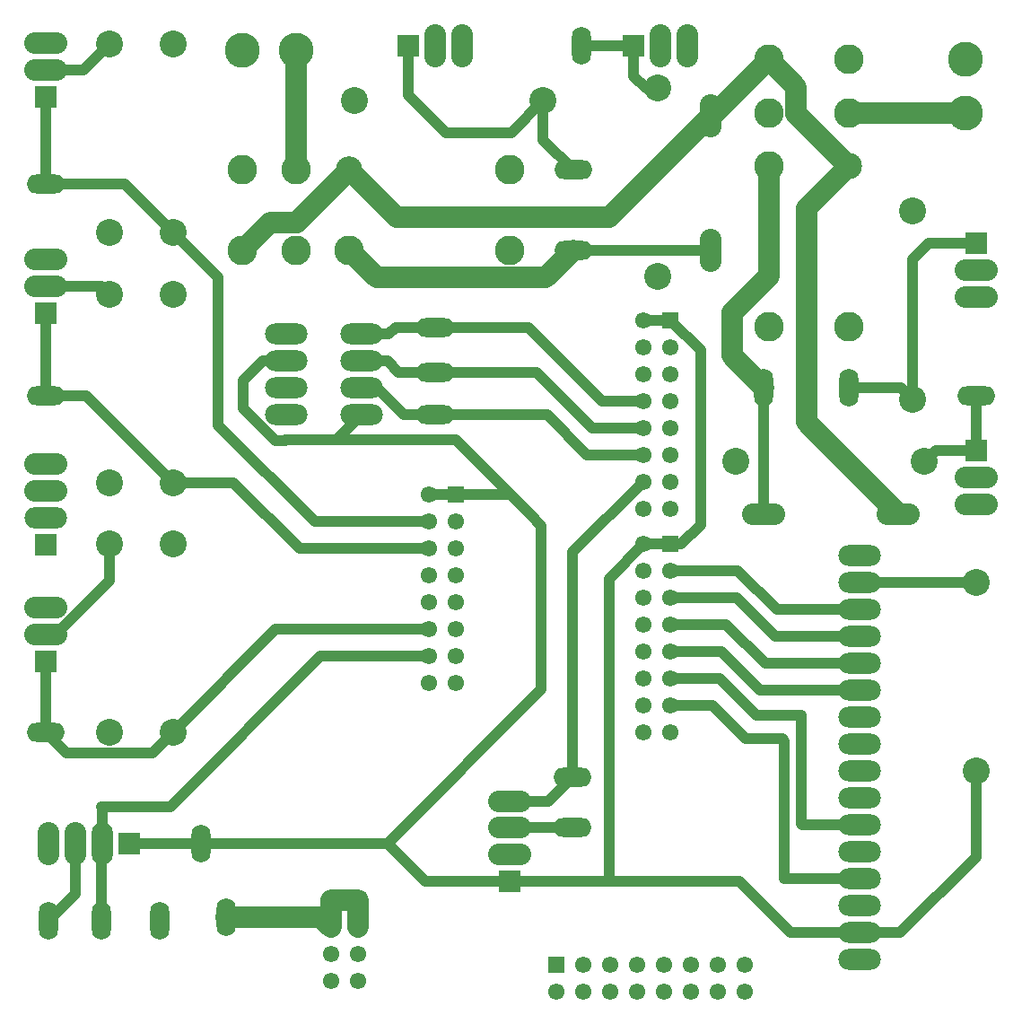
<source format=gbr>
%TF.GenerationSoftware,KiCad,Pcbnew,(6.0.2)*%
%TF.CreationDate,2022-04-01T20:19:04+02:00*%
%TF.ProjectId,beanbot_312,6265616e-626f-4745-9f33-31322e6b6963,rev?*%
%TF.SameCoordinates,Original*%
%TF.FileFunction,Copper,L1,Top*%
%TF.FilePolarity,Positive*%
%FSLAX46Y46*%
G04 Gerber Fmt 4.6, Leading zero omitted, Abs format (unit mm)*
G04 Created by KiCad (PCBNEW (6.0.2)) date 2022-04-01 20:19:04*
%MOMM*%
%LPD*%
G01*
G04 APERTURE LIST*
%TA.AperFunction,ComponentPad*%
%ADD10O,1.798320X3.599180*%
%TD*%
%TA.AperFunction,ComponentPad*%
%ADD11O,3.599180X1.798320*%
%TD*%
%TA.AperFunction,ComponentPad*%
%ADD12R,2.032000X2.032000*%
%TD*%
%TA.AperFunction,ComponentPad*%
%ADD13O,4.064000X2.032000*%
%TD*%
%TA.AperFunction,ComponentPad*%
%ADD14C,3.302000*%
%TD*%
%TA.AperFunction,ComponentPad*%
%ADD15R,2.032000X2.000000*%
%TD*%
%TA.AperFunction,ComponentPad*%
%ADD16O,2.032000X4.000000*%
%TD*%
%TA.AperFunction,ComponentPad*%
%ADD17O,2.032000X4.064000*%
%TD*%
%TA.AperFunction,ComponentPad*%
%ADD18C,2.794000*%
%TD*%
%TA.AperFunction,ComponentPad*%
%ADD19C,2.499360*%
%TD*%
%TA.AperFunction,ComponentPad*%
%ADD20C,2.540000*%
%TD*%
%TA.AperFunction,ComponentPad*%
%ADD21O,4.000000X2.000000*%
%TD*%
%TA.AperFunction,ComponentPad*%
%ADD22R,2.000000X2.032000*%
%TD*%
%TA.AperFunction,ComponentPad*%
%ADD23O,4.000000X2.032000*%
%TD*%
%TA.AperFunction,ComponentPad*%
%ADD24C,1.550000*%
%TD*%
%TA.AperFunction,ComponentPad*%
%ADD25R,1.550000X1.550000*%
%TD*%
%TA.AperFunction,Conductor*%
%ADD26C,1.000000*%
%TD*%
%TA.AperFunction,Conductor*%
%ADD27C,2.000000*%
%TD*%
G04 APERTURE END LIST*
D10*
%TO.P,M38,1,TP*%
%TO.N,Net-(M29-Pad14)*%
X174000000Y-83061900D03*
%TD*%
D11*
%TO.P,M39,1,TP*%
%TO.N,Net-(M31-Pad14)*%
X156015100Y-70100000D03*
%TD*%
D12*
%TO.P,M43,1,eG*%
%TO.N,/D_RELM3*%
X194000000Y-69460000D03*
D13*
%TO.P,M43,2,D*%
%TO.N,Net-(M29-PadA1)*%
X194000000Y-72000000D03*
%TO.P,M43,3,S*%
%TO.N,/GND*%
X194000000Y-74540000D03*
%TD*%
D14*
%TO.P,M30,1,B*%
%TO.N,Net-(M29-Pad11)*%
X192977140Y-57139360D03*
%TO.P,M30,2,A*%
%TO.N,Net-(M29-Pad21)*%
X192977140Y-52061900D03*
%TD*%
D11*
%TO.P,M2,1,TP*%
%TO.N,/PWM_LEDR*%
X106240000Y-115560000D03*
%TD*%
D12*
%TO.P,M4,1,eG*%
%TO.N,/PWM_LEDR*%
X106240000Y-108890000D03*
D13*
%TO.P,M4,2,D*%
%TO.N,Net-(M4-Pad2)*%
X106240000Y-106350000D03*
%TO.P,M4,3,S*%
%TO.N,/GND*%
X106240000Y-103810000D03*
%TD*%
D11*
%TO.P,M23,1,TP*%
%TO.N,/D_KS3*%
X143000000Y-77370000D03*
%TD*%
D15*
%TO.P,M16,1,VCC*%
%TO.N,/5V*%
X114080000Y-126100000D03*
D16*
%TO.P,M16,2,Trigger*%
%TO.N,/PWM_UTRIG*%
X111540000Y-126100000D03*
D17*
%TO.P,M16,3,ECHO*%
%TO.N,/D_UECHO*%
X109000000Y-126100000D03*
%TO.P,M16,4,GND*%
%TO.N,/GND*%
X106460000Y-126100000D03*
%TD*%
D11*
%TO.P,M51,1,TP*%
%TO.N,/D_RELM2*%
X156015100Y-62543500D03*
%TD*%
D14*
%TO.P,M32,1,B*%
%TO.N,Net-(M31-Pad11)*%
X129842560Y-51244280D03*
%TO.P,M32,2,A*%
%TO.N,Net-(M31-Pad21)*%
X124765100Y-51244280D03*
%TD*%
D18*
%TO.P,M29,11,1*%
%TO.N,Net-(M29-Pad11)*%
X182000000Y-57139360D03*
D19*
%TO.P,M29,12,1*%
%TO.N,/12V*%
X182000000Y-62178720D03*
D18*
%TO.P,M29,14,1*%
%TO.N,Net-(M29-Pad14)*%
X182000000Y-52100000D03*
%TO.P,M29,21,1*%
%TO.N,Net-(M29-Pad21)*%
X174443500Y-57139360D03*
%TO.P,M29,22,1*%
%TO.N,Net-(M29-Pad14)*%
X174443500Y-62178720D03*
%TO.P,M29,24,1*%
%TO.N,/12V*%
X174443500Y-52100000D03*
%TO.P,M29,A1,1*%
%TO.N,Net-(M29-PadA1)*%
X182000000Y-77296800D03*
%TO.P,M29,A2,2*%
%TO.N,/GND*%
X174443500Y-77296800D03*
%TD*%
D12*
%TO.P,M48,1,eG*%
%TO.N,/PWM_M2*%
X161685100Y-50784280D03*
D17*
%TO.P,M48,2,D*%
%TO.N,Net-(M31-Pad14)*%
X164225100Y-50784280D03*
%TO.P,M48,3,S*%
%TO.N,/GND*%
X166765100Y-50784280D03*
%TD*%
D10*
%TO.P,M17,1,TP*%
%TO.N,/PWM_UTRIG*%
X111480000Y-133350000D03*
%TD*%
D20*
%TO.P,M9,1,1*%
%TO.N,Net-(M10-Pad3)*%
X112240000Y-92020000D03*
%TO.P,M9,2,2*%
%TO.N,Net-(M8-Pad2)*%
X112240000Y-74240000D03*
%TD*%
%TO.P,M11,1,1*%
%TO.N,Net-(M11-Pad1)*%
X194000000Y-101480000D03*
%TO.P,M11,2,2*%
%TO.N,/5V*%
X194000000Y-119260000D03*
%TD*%
D12*
%TO.P,M47,1,eG*%
%TO.N,/PWM_M3*%
X194000000Y-88981900D03*
D13*
%TO.P,M47,2,D*%
%TO.N,Net-(M29-Pad14)*%
X194000000Y-91521900D03*
%TO.P,M47,3,S*%
%TO.N,/GND*%
X194000000Y-94061900D03*
%TD*%
D10*
%TO.P,M42,1,TP*%
%TO.N,/PWM_M2*%
X156803200Y-50784280D03*
%TD*%
D20*
%TO.P,M44,1,1*%
%TO.N,/PWM_M3*%
X189160000Y-90000000D03*
%TO.P,M44,2,2*%
%TO.N,/GND*%
X171380000Y-90000000D03*
%TD*%
D11*
%TO.P,M12,1,TP*%
%TO.N,/PWM_LEDB*%
X106240000Y-63830000D03*
%TD*%
%TO.P,M24,1,TP*%
%TO.N,/D_KS2*%
X143000000Y-81640000D03*
%TD*%
D12*
%TO.P,M46,1,eG*%
%TO.N,/D_RELM2*%
X140460000Y-50784280D03*
D17*
%TO.P,M46,2,D*%
%TO.N,Net-(M31-PadA1)*%
X143000000Y-50784280D03*
%TO.P,M46,3,S*%
%TO.N,/GND*%
X145540000Y-50784280D03*
%TD*%
D12*
%TO.P,M14,1,eG*%
%TO.N,/PWM_LEDB*%
X106240000Y-55640000D03*
D13*
%TO.P,M14,2,D*%
%TO.N,Net-(M14-Pad2)*%
X106240000Y-53100000D03*
%TO.P,M14,3,S*%
%TO.N,/GND*%
X106240000Y-50560000D03*
%TD*%
D10*
%TO.P,M28,1,TP*%
%TO.N,/12V*%
X123270000Y-133000000D03*
%TD*%
%TO.P,M27,1,TP*%
%TO.N,/GND*%
X117000000Y-133350000D03*
%TD*%
D17*
%TO.P,M36,A,A*%
%TO.N,Net-(M31-Pad14)*%
X169000000Y-70100000D03*
%TO.P,M36,C,C*%
%TO.N,/12V*%
X169000000Y-57400000D03*
%TD*%
D21*
%TO.P,SV1,1,1*%
%TO.N,/GND*%
X183000000Y-137040000D03*
%TO.P,SV1,2,2*%
%TO.N,/5V*%
X183000000Y-134500000D03*
%TO.P,SV1,3,3*%
%TO.N,/GND*%
X183000000Y-131960000D03*
%TO.P,SV1,4,4*%
%TO.N,/D_LCDRS*%
X183000000Y-129420000D03*
%TO.P,SV1,5,5*%
%TO.N,/GND*%
X183000000Y-126880000D03*
%TO.P,SV1,6,6*%
%TO.N,/D_LCDE*%
X183000000Y-124340000D03*
%TO.P,SV1,7,2*%
%TO.N,unconnected-(SV1-Pad7)*%
X183000000Y-121800000D03*
%TO.P,SV1,8,8*%
%TO.N,unconnected-(SV1-Pad8)*%
X183000000Y-119260000D03*
%TO.P,SV1,9,9*%
%TO.N,unconnected-(SV1-Pad9)*%
X183000000Y-116720000D03*
%TO.P,SV1,10,10*%
%TO.N,unconnected-(SV1-Pad10)*%
X183000000Y-114180000D03*
%TO.P,SV1,11,11*%
%TO.N,/D_LCDDB4*%
X183000000Y-111640000D03*
%TO.P,SV1,12,12*%
%TO.N,/D_LCDDB5*%
X183000000Y-109100000D03*
%TO.P,SV1,13,13*%
%TO.N,/D_LCDDB6*%
X183000000Y-106560000D03*
%TO.P,SV1,14,14*%
%TO.N,/D_LCDDB7*%
X183000000Y-104020000D03*
%TO.P,SV1,15,15*%
%TO.N,Net-(M11-Pad1)*%
X183000000Y-101480000D03*
%TO.P,SV1,16,16*%
%TO.N,/GND*%
X183000000Y-98940000D03*
%TD*%
D10*
%TO.P,M1,1,TP*%
%TO.N,/5V*%
X120870000Y-126050000D03*
%TD*%
D11*
%TO.P,M41,1,TP*%
%TO.N,/PWM_M3*%
X194000000Y-83830000D03*
%TD*%
D20*
%TO.P,M3,1,1*%
%TO.N,/PWM_LEDR*%
X118240000Y-115560000D03*
%TO.P,M3,2,2*%
%TO.N,/GND*%
X118240000Y-97780000D03*
%TD*%
D11*
%TO.P,M6,1,TP*%
%TO.N,/PWM_LEDG*%
X106240000Y-83830000D03*
%TD*%
D20*
%TO.P,M45,1,1*%
%TO.N,/PWM_M2*%
X164000000Y-54840000D03*
%TO.P,M45,2,2*%
%TO.N,/GND*%
X164000000Y-72620000D03*
%TD*%
D11*
%TO.P,M20,1,TP*%
%TO.N,/D_WSDA*%
X155950000Y-119820000D03*
%TD*%
D10*
%TO.P,M50,1,TP*%
%TO.N,/D_RELM3*%
X182000000Y-83061900D03*
%TD*%
D13*
%TO.P,M35,A,A*%
%TO.N,Net-(M29-Pad14)*%
X174000000Y-95000000D03*
%TO.P,M35,C,C*%
%TO.N,/12V*%
X186700000Y-95000000D03*
%TD*%
D18*
%TO.P,M31,11,1*%
%TO.N,Net-(M31-Pad11)*%
X129842560Y-62543500D03*
D19*
%TO.P,M31,12,1*%
%TO.N,/12V*%
X134881920Y-62543500D03*
D18*
%TO.P,M31,14,1*%
%TO.N,Net-(M31-Pad14)*%
X124803200Y-62543500D03*
%TO.P,M31,21,1*%
%TO.N,Net-(M31-Pad21)*%
X129842560Y-70100000D03*
%TO.P,M31,22,1*%
%TO.N,Net-(M31-Pad14)*%
X134881920Y-70100000D03*
%TO.P,M31,24,1*%
%TO.N,/12V*%
X124803200Y-70100000D03*
%TO.P,M31,A1,1*%
%TO.N,Net-(M31-PadA1)*%
X150000000Y-62543500D03*
%TO.P,M31,A2,2*%
%TO.N,/GND*%
X150000000Y-70100000D03*
%TD*%
D21*
%TO.P,M25,1,GND*%
%TO.N,/GND*%
X128888000Y-85640000D03*
%TO.P,M25,2,OE*%
X128888000Y-83100000D03*
%TO.P,M25,3,S1*%
%TO.N,/5V*%
X128888000Y-80560000D03*
%TO.P,M25,4,S0*%
%TO.N,/GND*%
X128888000Y-78020000D03*
%TO.P,M25,5,VCC*%
%TO.N,/5V*%
X136000000Y-85640000D03*
%TO.P,M25,6,OUT*%
%TO.N,/D_KOUT*%
X136000000Y-83100000D03*
%TO.P,M25,7,S2*%
%TO.N,/D_KS2*%
X136000000Y-80560000D03*
%TO.P,M25,8,S3*%
%TO.N,/D_KS3*%
X136000000Y-78020000D03*
%TD*%
D20*
%TO.P,M13,1,1*%
%TO.N,/PWM_LEDB*%
X118240000Y-68400000D03*
%TO.P,M13,2,2*%
%TO.N,/GND*%
X118240000Y-50620000D03*
%TD*%
%TO.P,M40,1,1*%
%TO.N,/D_RELM2*%
X153160000Y-56000000D03*
%TO.P,M40,2,2*%
%TO.N,/GND*%
X135380000Y-56000000D03*
%TD*%
D12*
%TO.P,M8,1,eG*%
%TO.N,/PWM_LEDG*%
X106240000Y-76020000D03*
D13*
%TO.P,M8,2,D*%
%TO.N,Net-(M8-Pad2)*%
X106240000Y-73480000D03*
%TO.P,M8,3,S*%
%TO.N,/GND*%
X106240000Y-70940000D03*
%TD*%
D20*
%TO.P,M15,1,1*%
%TO.N,Net-(M10-Pad4)*%
X112240000Y-68400000D03*
%TO.P,M15,2,2*%
%TO.N,Net-(M14-Pad2)*%
X112240000Y-50620000D03*
%TD*%
D11*
%TO.P,M19,1,TP*%
%TO.N,/D_WSCL*%
X155900000Y-124570000D03*
%TD*%
D22*
%TO.P,M10,1,R*%
%TO.N,Net-(M10-Pad1)*%
X106240000Y-97910000D03*
D23*
%TO.P,M10,2,VCC*%
%TO.N,/5V*%
X106240000Y-95370000D03*
D13*
%TO.P,M10,3,G*%
%TO.N,Net-(M10-Pad3)*%
X106240000Y-92830000D03*
%TO.P,M10,4,B*%
%TO.N,Net-(M10-Pad4)*%
X106240000Y-90290000D03*
%TD*%
D10*
%TO.P,M18,1,TP*%
%TO.N,/D_UECHO*%
X106480000Y-133350000D03*
%TD*%
D20*
%TO.P,M37,1,1*%
%TO.N,/D_RELM3*%
X188000000Y-84160000D03*
%TO.P,M37,2,2*%
%TO.N,/GND*%
X188000000Y-66380000D03*
%TD*%
D12*
%TO.P,M21,1,VCC*%
%TO.N,/5V*%
X150000000Y-129640000D03*
D13*
%TO.P,M21,2,GND*%
%TO.N,/GND*%
X150000000Y-127100000D03*
%TO.P,M21,3,SCL*%
%TO.N,/D_WSCL*%
X150000000Y-124560000D03*
%TO.P,M21,4,SDA*%
%TO.N,/D_WSDA*%
X150000000Y-122100000D03*
%TD*%
D20*
%TO.P,M7,1,1*%
%TO.N,/PWM_LEDG*%
X118240000Y-92020000D03*
%TO.P,M7,2,2*%
%TO.N,/GND*%
X118240000Y-74240000D03*
%TD*%
%TO.P,M5,1,1*%
%TO.N,Net-(M10-Pad1)*%
X112240000Y-115560000D03*
%TO.P,M5,2,2*%
%TO.N,Net-(M4-Pad2)*%
X112240000Y-97780000D03*
%TD*%
D24*
%TO.P,U1,1,12V*%
%TO.N,/12V*%
X133114602Y-133947806D03*
X135654602Y-133947806D03*
D25*
X135654602Y-131407806D03*
D24*
X133114602Y-131407806D03*
%TO.P,U1,2,GND*%
%TO.N,/GND*%
X162629402Y-115583612D03*
X135654602Y-139027806D03*
X165144012Y-94476202D03*
X165169402Y-115583612D03*
X133114602Y-139027806D03*
X142385610Y-110960810D03*
X133114602Y-136487806D03*
X144925610Y-110960810D03*
X162604012Y-94476202D03*
X135654602Y-136487806D03*
%TO.P,U1,3,A0*%
%TO.N,unconnected-(U1-Pad3)*%
X154429584Y-140031263D03*
D25*
%TO.P,U1,4,A1*%
%TO.N,unconnected-(U1-Pad4)*%
X154429584Y-137491263D03*
D24*
%TO.P,U1,5,A2*%
%TO.N,unconnected-(U1-Pad5)*%
X156969584Y-140031263D03*
%TO.P,U1,6,A3*%
%TO.N,unconnected-(U1-Pad6)*%
X156969584Y-137491263D03*
%TO.P,U1,7,A4*%
%TO.N,unconnected-(U1-Pad7)*%
X159509584Y-140031263D03*
%TO.P,U1,8,A5*%
%TO.N,unconnected-(U1-Pad8)*%
X159509584Y-137491263D03*
%TO.P,U1,9,A6*%
%TO.N,unconnected-(U1-Pad9)*%
X162049584Y-140031263D03*
%TO.P,U1,10,A7*%
%TO.N,unconnected-(U1-Pad10)*%
X162049584Y-137491263D03*
%TO.P,U1,11,A8*%
%TO.N,unconnected-(U1-Pad11)*%
X164589584Y-140031263D03*
%TO.P,U1,12,A9*%
%TO.N,unconnected-(U1-Pad12)*%
X164589584Y-137491263D03*
%TO.P,U1,13,A10*%
%TO.N,unconnected-(U1-Pad13)*%
X167129584Y-140031263D03*
%TO.P,U1,14,A11*%
%TO.N,unconnected-(U1-Pad14)*%
X167129584Y-137491263D03*
%TO.P,U1,15,A12*%
%TO.N,unconnected-(U1-Pad15)*%
X169669584Y-140031263D03*
%TO.P,U1,16,A13*%
%TO.N,unconnected-(U1-Pad16)*%
X169669584Y-137491263D03*
%TO.P,U1,17,A14*%
%TO.N,unconnected-(U1-Pad17)*%
X172209584Y-140031263D03*
%TO.P,U1,18,A15*%
%TO.N,unconnected-(U1-Pad18)*%
X172209584Y-137491263D03*
D25*
%TO.P,U1,19,5V_1*%
%TO.N,/5V*%
X144925610Y-93180810D03*
D24*
X142385610Y-93180810D03*
%TO.P,U1,21,D9*%
%TO.N,unconnected-(U1-Pad21)*%
X144925610Y-95720810D03*
%TO.P,U1,22,D13*%
%TO.N,/PWM_LEDB*%
X142385610Y-95720810D03*
%TO.P,U1,23,D8*%
%TO.N,unconnected-(U1-Pad23)*%
X144925610Y-98260810D03*
%TO.P,U1,24,D12*%
%TO.N,/PWM_LEDG*%
X142385610Y-98260810D03*
%TO.P,U1,25,D5*%
%TO.N,unconnected-(U1-Pad25)*%
X144925610Y-100800810D03*
%TO.P,U1,26,RX3*%
%TO.N,unconnected-(U1-Pad26)*%
X142385610Y-100800810D03*
%TO.P,U1,27,D27*%
%TO.N,unconnected-(U1-Pad27)*%
X144925610Y-103340810D03*
%TO.P,U1,28,RX2*%
%TO.N,/D_UECHO*%
X142385610Y-103340810D03*
%TO.P,U1,29,D3*%
%TO.N,unconnected-(U1-Pad29)*%
X144925610Y-105880810D03*
%TO.P,U1,30,D11*%
%TO.N,/PWM_LEDR*%
X142385610Y-105880810D03*
%TO.P,U1,31,D2*%
%TO.N,unconnected-(U1-Pad31)*%
X144925610Y-108420810D03*
%TO.P,U1,32,D10*%
%TO.N,/PWM_UTRIG*%
X142385610Y-108420810D03*
D25*
%TO.P,U1,39,5V_2*%
%TO.N,/5V*%
X165169402Y-97803612D03*
D24*
X162629402Y-97803612D03*
%TO.P,U1,41,D45*%
%TO.N,/D_LCDDB7*%
X165169402Y-100343612D03*
%TO.P,U1,42,D4*%
%TO.N,unconnected-(U1-Pad42)*%
X162629402Y-100343612D03*
%TO.P,U1,43,D47*%
%TO.N,/D_LCDDB6*%
X165169402Y-102883612D03*
%TO.P,U1,44,D28*%
%TO.N,unconnected-(U1-Pad44)*%
X162629402Y-102883612D03*
%TO.P,U1,45,D52*%
%TO.N,/D_LCDDB5*%
X165169402Y-105423612D03*
%TO.P,U1,46,D53*%
%TO.N,unconnected-(U1-Pad46)*%
X162629402Y-105423612D03*
%TO.P,U1,47,D46*%
%TO.N,/D_LCDDB4*%
X165169402Y-107963612D03*
%TO.P,U1,48,D44*%
%TO.N,unconnected-(U1-Pad48)*%
X162629402Y-107963612D03*
%TO.P,U1,49,D49*%
%TO.N,/D_LCDE*%
X165169402Y-110503612D03*
%TO.P,U1,50,D48*%
%TO.N,unconnected-(U1-Pad50)*%
X162629402Y-110503612D03*
%TO.P,U1,51,D50*%
%TO.N,/D_LCDRS*%
X165169402Y-113043612D03*
%TO.P,U1,52,D51*%
%TO.N,unconnected-(U1-Pad52)*%
X162629402Y-113043612D03*
D25*
%TO.P,U1,53,5V_3*%
%TO.N,/5V*%
X165144012Y-76696202D03*
D24*
X162604012Y-76696202D03*
%TO.P,U1,55,D6*%
%TO.N,/PWM_M3*%
X165144012Y-79236202D03*
%TO.P,U1,56,D7*%
%TO.N,/PWM_M2*%
X162604012Y-79236202D03*
%TO.P,U1,57,D26*%
%TO.N,/D_RELM3*%
X165144012Y-81776202D03*
%TO.P,U1,58,D24*%
%TO.N,/D_RELM2*%
X162604012Y-81776202D03*
%TO.P,U1,59,TX1*%
%TO.N,unconnected-(U1-Pad59)*%
X165144012Y-84316202D03*
%TO.P,U1,60,RX1*%
%TO.N,/D_KS3*%
X162604012Y-84316202D03*
%TO.P,U1,61,XX*%
%TO.N,unconnected-(U1-Pad61)*%
X165144012Y-86856202D03*
%TO.P,U1,62,TX3*%
%TO.N,/D_KS2*%
X162604012Y-86856202D03*
%TO.P,U1,63,D29*%
%TO.N,unconnected-(U1-Pad63)*%
X165144012Y-89396202D03*
%TO.P,U1,64,D38*%
%TO.N,/D_KOUT*%
X162604012Y-89396202D03*
%TO.P,U1,65,SCL_B*%
%TO.N,/D_WSCL*%
X165144012Y-91936202D03*
%TO.P,U1,66,SDA_B*%
%TO.N,/D_WSDA*%
X162604012Y-91936202D03*
%TD*%
D11*
%TO.P,M26,1,TP*%
%TO.N,/D_KOUT*%
X143000000Y-85640000D03*
%TD*%
D26*
%TO.N,/5V*%
X162629402Y-97803612D02*
X165169402Y-97803612D01*
X186850000Y-134500000D02*
X194000000Y-127350000D01*
X165144012Y-76696202D02*
X168000000Y-79552190D01*
X151950000Y-95050000D02*
X144892655Y-87992655D01*
X144925610Y-93180810D02*
X150080810Y-93180810D01*
X150000000Y-129640000D02*
X159360000Y-129640000D01*
X133647345Y-87992655D02*
X136000000Y-85640000D01*
X168000000Y-79552190D02*
X168000000Y-96000000D01*
X120820000Y-126100000D02*
X120870000Y-126050000D01*
X151950000Y-95050000D02*
X150080810Y-93180810D01*
X128808000Y-88045310D02*
X128860655Y-87992655D01*
X153000000Y-111500000D02*
X153000000Y-96100000D01*
X165144012Y-76696202D02*
X162604012Y-76696202D01*
X124888000Y-85043484D02*
X127889826Y-88045310D01*
X159360000Y-101073014D02*
X159360000Y-129640000D01*
X194000000Y-127350000D02*
X194000000Y-119720000D01*
X168000000Y-96000000D02*
X166196388Y-97803612D01*
X138450000Y-126050000D02*
X142040000Y-129640000D01*
X162629402Y-97803612D02*
X159360000Y-101073014D01*
X138450000Y-126050000D02*
X153000000Y-111500000D01*
X128860655Y-87992655D02*
X133647345Y-87992655D01*
X126724036Y-80560000D02*
X124888000Y-82396036D01*
X159360000Y-129640000D02*
X171640000Y-129640000D01*
X144892655Y-87992655D02*
X133647345Y-87992655D01*
X142385610Y-93180810D02*
X144925610Y-93180810D01*
X142040000Y-129640000D02*
X150000000Y-129640000D01*
X120870000Y-126050000D02*
X138450000Y-126050000D01*
X153000000Y-96100000D02*
X151950000Y-95050000D01*
X128888000Y-80560000D02*
X126724036Y-80560000D01*
X124888000Y-82396036D02*
X124888000Y-85043484D01*
X176500000Y-134500000D02*
X183000000Y-134500000D01*
X183000000Y-134500000D02*
X186850000Y-134500000D01*
X127889826Y-88045310D02*
X128808000Y-88045310D01*
X114080000Y-126100000D02*
X120820000Y-126100000D01*
X171640000Y-129640000D02*
X176500000Y-134500000D01*
X166196388Y-97803612D02*
X165169402Y-97803612D01*
%TO.N,/PWM_LEDR*%
X106240000Y-108890000D02*
X106240000Y-115560000D01*
X116270489Y-117529511D02*
X118240000Y-115560000D01*
X127919190Y-105880810D02*
X142385610Y-105880810D01*
X118240000Y-115560000D02*
X127919190Y-105880810D01*
X108209511Y-117529511D02*
X116270489Y-117529511D01*
X106240000Y-115560000D02*
X108209511Y-117529511D01*
%TO.N,Net-(M4-Pad2)*%
X107142110Y-106350000D02*
X112240000Y-101252111D01*
X112240000Y-101252111D02*
X112240000Y-97780000D01*
X106240000Y-106350000D02*
X107142110Y-106350000D01*
%TO.N,/PWM_LEDG*%
X106240000Y-83830000D02*
X110050000Y-83830000D01*
X110050000Y-83830000D02*
X118240000Y-92020000D01*
X123920000Y-92020000D02*
X130160810Y-98260810D01*
X130160810Y-98260810D02*
X142385610Y-98260810D01*
X118240000Y-92020000D02*
X123920000Y-92020000D01*
X106240000Y-83830000D02*
X106240000Y-76020000D01*
%TO.N,Net-(M8-Pad2)*%
X111480000Y-73480000D02*
X112240000Y-74240000D01*
X106240000Y-73480000D02*
X111480000Y-73480000D01*
%TO.N,Net-(M11-Pad1)*%
X183000000Y-101480000D02*
X194000000Y-101480000D01*
%TO.N,/PWM_LEDB*%
X106240000Y-63830000D02*
X106240000Y-55640000D01*
X122500000Y-72660000D02*
X122500000Y-86600000D01*
X113670000Y-63830000D02*
X118240000Y-68400000D01*
X118240000Y-68400000D02*
X122500000Y-72660000D01*
X131620810Y-95720810D02*
X142385610Y-95720810D01*
X122500000Y-86600000D02*
X131620810Y-95720810D01*
X106240000Y-63830000D02*
X113670000Y-63830000D01*
%TO.N,Net-(M14-Pad2)*%
X109760000Y-53100000D02*
X106240000Y-53100000D01*
X112240000Y-50620000D02*
X109760000Y-53100000D01*
%TO.N,/PWM_UTRIG*%
X111480000Y-133350000D02*
X111480000Y-126160000D01*
X132179190Y-108420810D02*
X118000000Y-122600000D01*
X111540000Y-122640000D02*
X111540000Y-126100000D01*
X142385610Y-108420810D02*
X132179190Y-108420810D01*
X111500000Y-122600000D02*
X111540000Y-122640000D01*
X118000000Y-122600000D02*
X111500000Y-122600000D01*
%TO.N,/D_UECHO*%
X106480000Y-133350000D02*
X109000000Y-130830000D01*
X109000000Y-130830000D02*
X109000000Y-126100000D01*
%TO.N,/D_WSCL*%
X155900000Y-124570000D02*
X150010000Y-124570000D01*
%TO.N,/D_WSDA*%
X155950000Y-119820000D02*
X155950000Y-98590214D01*
X153670000Y-122100000D02*
X155950000Y-119820000D01*
X150000000Y-122100000D02*
X153670000Y-122100000D01*
X155950000Y-98590214D02*
X162604012Y-91936202D01*
%TO.N,/D_KS3*%
X138580000Y-78020000D02*
X139230000Y-77370000D01*
X139230000Y-77370000D02*
X143000000Y-77370000D01*
X151770000Y-77370000D02*
X158716202Y-84316202D01*
X158716202Y-84316202D02*
X162604012Y-84316202D01*
X136000000Y-78020000D02*
X138580000Y-78020000D01*
X143000000Y-77370000D02*
X151770000Y-77370000D01*
%TO.N,/D_KS2*%
X152540000Y-81640000D02*
X157756202Y-86856202D01*
X138460000Y-80560000D02*
X136000000Y-80560000D01*
X143000000Y-81640000D02*
X152540000Y-81640000D01*
X157756202Y-86856202D02*
X162604012Y-86856202D01*
X139540000Y-81640000D02*
X138460000Y-80560000D01*
X143000000Y-81640000D02*
X139540000Y-81640000D01*
%TO.N,/D_KOUT*%
X136000000Y-83100000D02*
X137500000Y-83100000D01*
X153540000Y-85640000D02*
X157296202Y-89396202D01*
X140040000Y-85640000D02*
X143000000Y-85640000D01*
X157296202Y-89396202D02*
X162604012Y-89396202D01*
X143000000Y-85640000D02*
X153540000Y-85640000D01*
X137500000Y-83100000D02*
X140040000Y-85640000D01*
D27*
%TO.N,/12V*%
X159400000Y-67000000D02*
X169000000Y-57400000D01*
X124803200Y-70100000D02*
X127399711Y-67503489D01*
X133114602Y-133947806D02*
X133114602Y-131407806D01*
X178000000Y-66178720D02*
X182000000Y-62178720D01*
X139338420Y-67000000D02*
X159400000Y-67000000D01*
X127399711Y-67503489D02*
X129921931Y-67503489D01*
X174443500Y-52100000D02*
X177040011Y-54696511D01*
X169143500Y-57400000D02*
X174443500Y-52100000D01*
X169000000Y-57400000D02*
X169143500Y-57400000D01*
X135654602Y-131407806D02*
X135654602Y-133947806D01*
X186700000Y-95000000D02*
X178000000Y-86300000D01*
X134881920Y-62543500D02*
X139338420Y-67000000D01*
X123270000Y-133000000D02*
X132166796Y-133000000D01*
X177040011Y-57218731D02*
X182000000Y-62178720D01*
X178000000Y-86300000D02*
X178000000Y-66178720D01*
X133114602Y-133947806D02*
X132166796Y-133000000D01*
X133114602Y-131407806D02*
X135654602Y-131407806D01*
X177040011Y-54696511D02*
X177040011Y-57218731D01*
X129921931Y-67503489D02*
X134881920Y-62543500D01*
%TO.N,Net-(M29-Pad11)*%
X182000000Y-57139360D02*
X192977140Y-57139360D01*
D26*
%TO.N,/D_RELM3*%
X188000000Y-84160000D02*
X188000000Y-71000000D01*
X186901900Y-83061900D02*
X188000000Y-84160000D01*
X182000000Y-83061900D02*
X186901900Y-83061900D01*
X188000000Y-71000000D02*
X189540000Y-69460000D01*
X189540000Y-69460000D02*
X194000000Y-69460000D01*
D27*
%TO.N,Net-(M31-Pad11)*%
X129842560Y-51244280D02*
X129842560Y-62543500D01*
D26*
%TO.N,/D_RELM2*%
X153160000Y-59688400D02*
X156015100Y-62543500D01*
X140460000Y-55460000D02*
X144000000Y-59000000D01*
X153160000Y-56000000D02*
X153160000Y-59688400D01*
X150160000Y-59000000D02*
X153160000Y-56000000D01*
X140460000Y-50784280D02*
X140460000Y-55460000D01*
X144000000Y-59000000D02*
X150160000Y-59000000D01*
%TO.N,/PWM_M3*%
X194000000Y-88981900D02*
X194000000Y-83830000D01*
X190178100Y-88981900D02*
X189160000Y-90000000D01*
X194000000Y-88981900D02*
X190178100Y-88981900D01*
%TO.N,/PWM_M2*%
X161685100Y-53685100D02*
X161685100Y-50784280D01*
X156803200Y-50784280D02*
X161685100Y-50784280D01*
X164000000Y-54840000D02*
X162840000Y-54840000D01*
X162840000Y-54840000D02*
X161685100Y-53685100D01*
D27*
%TO.N,Net-(M29-Pad14)*%
X174443500Y-62178720D02*
X174443500Y-72556500D01*
X174443500Y-72556500D02*
X171000000Y-76000000D01*
X171000000Y-80061900D02*
X174000000Y-83061900D01*
X171000000Y-76000000D02*
X171000000Y-80061900D01*
D26*
X174000000Y-95000000D02*
X174000000Y-83061900D01*
D27*
%TO.N,Net-(M31-Pad14)*%
X153418589Y-72696511D02*
X156015100Y-70100000D01*
D26*
X169000000Y-70100000D02*
X156015100Y-70100000D01*
D27*
X134881920Y-70100000D02*
X137478431Y-72696511D01*
X137478431Y-72696511D02*
X153418589Y-72696511D01*
D26*
%TO.N,/D_LCDRS*%
X165169402Y-113043612D02*
X169143612Y-113043612D01*
X172300000Y-116200000D02*
X175700000Y-116200000D01*
X175900000Y-116400000D02*
X175900000Y-129400000D01*
X169143612Y-113043612D02*
X172300000Y-116200000D01*
X175700000Y-116200000D02*
X175900000Y-116400000D01*
X175900000Y-129400000D02*
X175920000Y-129420000D01*
X175920000Y-129420000D02*
X183000000Y-129420000D01*
%TO.N,/D_LCDE*%
X165169402Y-110503612D02*
X169803612Y-110503612D01*
X173300000Y-114000000D02*
X177500000Y-114000000D01*
X177500000Y-114000000D02*
X177500000Y-124200000D01*
X177640000Y-124340000D02*
X183000000Y-124340000D01*
X169803612Y-110503612D02*
X173300000Y-114000000D01*
X177500000Y-124200000D02*
X177640000Y-124340000D01*
%TO.N,/D_LCDDB4*%
X173640000Y-111640000D02*
X183000000Y-111640000D01*
X169963612Y-107963612D02*
X173640000Y-111640000D01*
X165169402Y-107963612D02*
X169963612Y-107963612D01*
%TO.N,/D_LCDDB5*%
X170423612Y-105423612D02*
X174100000Y-109100000D01*
X174100000Y-109100000D02*
X183000000Y-109100000D01*
X165169402Y-105423612D02*
X170423612Y-105423612D01*
%TO.N,/D_LCDDB6*%
X171383612Y-102883612D02*
X175060000Y-106560000D01*
X165169402Y-102883612D02*
X171383612Y-102883612D01*
X175060000Y-106560000D02*
X183000000Y-106560000D01*
%TO.N,/D_LCDDB7*%
X165169402Y-100343612D02*
X171543612Y-100343612D01*
X175220000Y-104020000D02*
X183000000Y-104020000D01*
X171543612Y-100343612D02*
X175220000Y-104020000D01*
%TD*%
M02*

</source>
